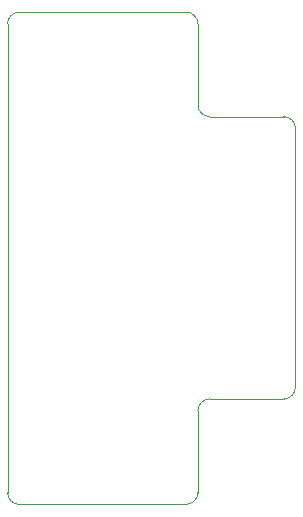
<source format=gbr>
%TF.GenerationSoftware,KiCad,Pcbnew,7.0.11*%
%TF.CreationDate,2025-03-11T16:20:29+01:00*%
%TF.ProjectId,pal-2-sd-shield-adapter,70616c2d-322d-4736-942d-736869656c64,rev?*%
%TF.SameCoordinates,Original*%
%TF.FileFunction,Profile,NP*%
%FSLAX46Y46*%
G04 Gerber Fmt 4.6, Leading zero omitted, Abs format (unit mm)*
G04 Created by KiCad (PCBNEW 7.0.11) date 2025-03-11 16:20:29*
%MOMM*%
%LPD*%
G01*
G04 APERTURE LIST*
%TA.AperFunction,Profile*%
%ADD10C,0.050000*%
%TD*%
G04 APERTURE END LIST*
D10*
X85340000Y-79640000D02*
G75*
G03*
X84340000Y-78640000I-1000000J0D01*
G01*
X76080000Y-111470000D02*
G75*
G03*
X77080000Y-110470000I0J1000000D01*
G01*
X60960000Y-110470000D02*
G75*
G03*
X61960000Y-111470000I1000000J0D01*
G01*
X78080000Y-102540000D02*
G75*
G03*
X77080000Y-103540000I0J-1000000D01*
G01*
X61960000Y-69790000D02*
G75*
G03*
X60960000Y-70790000I0J-1000000D01*
G01*
X77080000Y-70790000D02*
G75*
G03*
X76080000Y-69790000I-1000000J0D01*
G01*
X77080000Y-70790000D02*
X77080000Y-77640000D01*
X85340000Y-79640000D02*
X85340000Y-101540000D01*
X76080000Y-111470000D02*
X61960000Y-111470000D01*
X77080000Y-110470000D02*
X77080000Y-103540000D01*
X78080000Y-78640000D02*
X84340000Y-78640000D01*
X78080000Y-102540000D02*
X84340000Y-102540000D01*
X60960000Y-110470000D02*
X60960000Y-70790000D01*
X61960000Y-69790000D02*
X76080000Y-69790000D01*
X84340000Y-102540000D02*
G75*
G03*
X85340000Y-101540000I0J1000000D01*
G01*
X77080000Y-77640000D02*
G75*
G03*
X78080000Y-78640000I1000000J0D01*
G01*
M02*

</source>
